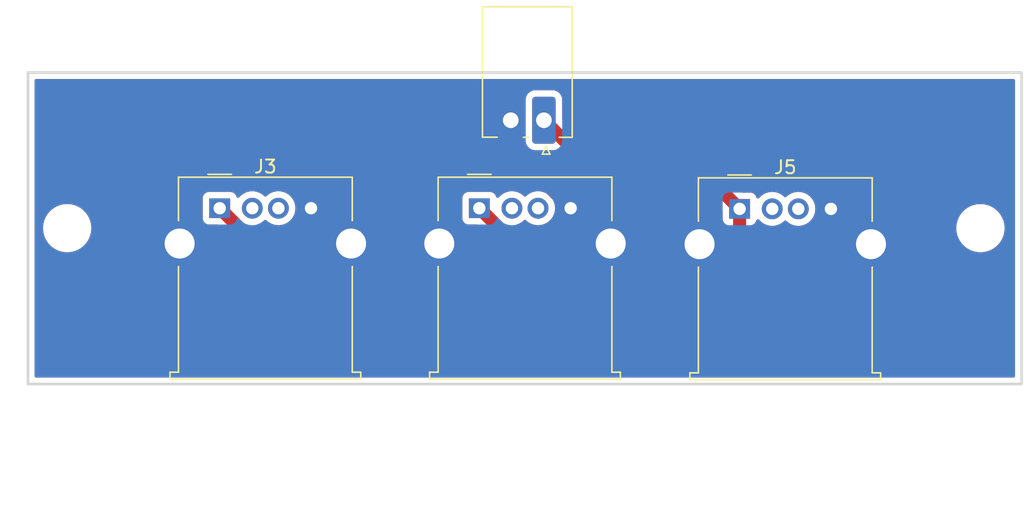
<source format=kicad_pcb>
(kicad_pcb (version 20240108) (generator "pcbnew") (generator_version "8.0")
  (layers (0 "F.Cu" signal) (31 "B.Cu" signal) (34 "B.Paste" user) (35 "F.Paste" user) (36 "B.SilkS" user "B.Silkscreen") (37 "F.SilkS" user "F.Silkscreen") (38 "B.Mask" user) (39 "F.Mask" user) (44 "Edge.Cuts" user))
  (net 0 "")
  (net 1 "GND")
  (net 3 "/5V")
  (footprint "SJSU_common:Pluggable_Terminal_2.54mm_2P_Horizontal" (layer "F.Cu") (at 52.16 38.47 180)
    (property "Reference" "J7" (hide yes))
    (property "Value" "Conn_01x02_Pin" (hide yes))
    (fp_line (start 2.88 14) (end 2.88 4) (stroke (width 0.12)) (layer "F.SilkS"))
    (fp_line (start 2.88 4) (end 1.75 4) (stroke (width 0.12)) (layer "F.SilkS"))
    (fp_line (start -0.745 3.99) (end -0.255 3.99) (stroke (width 0.12)) (layer "F.SilkS"))
    (fp_line (start -1.7 2.7) (end -2 3.3) (stroke (width 0.12)) (layer "F.SilkS"))
    (fp_line (start -2 3.3) (end -2.3 2.7) (stroke (width 0.12)) (layer "F.SilkS"))
    (fp_line (start -2.3 2.7) (end -1.7 2.7) (stroke (width 0.12)) (layer "F.SilkS"))
    (fp_line (start -4 14) (end 2.88 14) (stroke (width 0.12)) (layer "F.SilkS"))
    (fp_line (start -4 4) (end -4 14) (stroke (width 0.12)) (layer "F.SilkS"))
    (fp_line (start -4 3.99) (end -3 3.99) (stroke (width 0.12)) (layer "F.SilkS"))
    (pad "1" thru_hole roundrect (at -1.83 5.3 180) (size 1.8 3.6) (drill 1.2) (layers "*.Cu" "*.Mask") (roundrect_rratio 0.138889) (net 3 "/5V"))
    (pad "2" thru_hole oval (at 0.71 5.3 180) (size 1.8 3.6) (drill 1.2) (layers "*.Cu" "*.Mask") (net 1 "GND"))
  )
  (footprint "MountingHole:MountingHole_3.2mm_M3_DIN965" (layer "F.Cu") (at 17.45 41.45)
    (property "Reference" "H1" (hide yes))
    (property "Value" "MountingHole")
    (pad "" np_thru_hole circle (at 0 0) (size 3.2 3.2) (drill 3.2) (layers "*.Cu" "*.Mask"))
  )
  (footprint "Connector_USB:USB_A_Molex_67643_Horizontal" (layer "F.Cu") (at 49.04 39.92)
    (property "Reference" "J4" (hide yes))
    (property "Value" "USB_A")
    (fp_line (start -3.81 12.58) (end -3.81 13.1) (stroke (width 0.12)) (layer "F.SilkS"))
    (fp_line (start -3.81 13.1) (end 10.81 13.1) (stroke (width 0.12)) (layer "F.SilkS"))
    (fp_line (start -3.16 -2.38) (end -3.16 0.95) (stroke (width 0.12)) (layer "F.SilkS"))
    (fp_line (start -3.16 -2.38) (end 10.16 -2.38) (stroke (width 0.12)) (layer "F.SilkS"))
    (fp_line (start -3.16 12.58) (end -3.81 12.58) (stroke (width 0.12)) (layer "F.SilkS"))
    (fp_line (start -3.16 12.58) (end -3.16 4.47) (stroke (width 0.12)) (layer "F.SilkS"))
    (fp_line (start -0.9 -2.6) (end 0.9 -2.6) (stroke (width 0.12)) (layer "F.SilkS"))
    (fp_line (start 10.16 -2.38) (end 10.16 0.95) (stroke (width 0.12)) (layer "F.SilkS"))
    (fp_line (start 10.16 4.47) (end 10.16 12.58) (stroke (width 0.12)) (layer "F.SilkS"))
    (fp_line (start 10.81 12.58) (end 10.16 12.58) (stroke (width 0.12)) (layer "F.SilkS"))
    (fp_line (start 10.81 13.1) (end 10.81 12.58) (stroke (width 0.12)) (layer "F.SilkS"))
    (pad "1" thru_hole rect (at 0 0) (size 1.6 1.5) (drill 0.95) (layers "*.Cu" "*.Mask") (net 3 "/5V"))
    (pad "2" thru_hole circle (at 2.5 0) (size 1.6 1.6) (drill 0.95) (layers "*.Cu" "*.Mask"))
    (pad "3" thru_hole circle (at 4.5 0) (size 1.6 1.6) (drill 0.95) (layers "*.Cu" "*.Mask"))
    (pad "4" thru_hole circle (at 7 0) (size 1.6 1.6) (drill 0.95) (layers "*.Cu" "*.Mask") (net 1 "GND"))
    (pad "5" thru_hole circle (at -3.07 2.71) (size 3 3) (drill 2.3) (layers "*.Cu" "*.Mask") (net 1 "GND"))
    (pad "5" thru_hole circle (at 10.07 2.71) (size 3 3) (drill 2.3) (layers "*.Cu" "*.Mask") (net 1 "GND"))
  )
  (footprint "Connector_USB:USB_A_Molex_67643_Horizontal" (layer "F.Cu") (at 29.14 39.92)
    (property "Reference" "J3" (at 3.5 -3.19 0) (layer "F.SilkS"))
    (property "Value" "USB_A")
    (fp_line (start -3.81 12.58) (end -3.81 13.1) (stroke (width 0.12)) (layer "F.SilkS"))
    (fp_line (start -3.81 13.1) (end 10.81 13.1) (stroke (width 0.12)) (layer "F.SilkS"))
    (fp_line (start -3.16 -2.38) (end -3.16 0.95) (stroke (width 0.12)) (layer "F.SilkS"))
    (fp_line (start -3.16 -2.38) (end 10.16 -2.38) (stroke (width 0.12)) (layer "F.SilkS"))
    (fp_line (start -3.16 12.58) (end -3.81 12.58) (stroke (width 0.12)) (layer "F.SilkS"))
    (fp_line (start -3.16 12.58) (end -3.16 4.47) (stroke (width 0.12)) (layer "F.SilkS"))
    (fp_line (start -0.9 -2.6) (end 0.9 -2.6) (stroke (width 0.12)) (layer "F.SilkS"))
    (fp_line (start 10.16 -2.38) (end 10.16 0.95) (stroke (width 0.12)) (layer "F.SilkS"))
    (fp_line (start 10.16 4.47) (end 10.16 12.58) (stroke (width 0.12)) (layer "F.SilkS"))
    (fp_line (start 10.81 12.58) (end 10.16 12.58) (stroke (width 0.12)) (layer "F.SilkS"))
    (fp_line (start 10.81 13.1) (end 10.81 12.58) (stroke (width 0.12)) (layer "F.SilkS"))
    (pad "1" thru_hole rect (at 0 0) (size 1.6 1.5) (drill 0.95) (layers "*.Cu" "*.Mask") (net 3 "/5V"))
    (pad "2" thru_hole circle (at 2.5 0) (size 1.6 1.6) (drill 0.95) (layers "*.Cu" "*.Mask"))
    (pad "3" thru_hole circle (at 4.5 0) (size 1.6 1.6) (drill 0.95) (layers "*.Cu" "*.Mask"))
    (pad "4" thru_hole circle (at 7 0) (size 1.6 1.6) (drill 0.95) (layers "*.Cu" "*.Mask") (net 1 "GND"))
    (pad "5" thru_hole circle (at -3.07 2.71) (size 3 3) (drill 2.3) (layers "*.Cu" "*.Mask") (net 1 "GND"))
    (pad "5" thru_hole circle (at 10.07 2.71) (size 3 3) (drill 2.3) (layers "*.Cu" "*.Mask") (net 1 "GND"))
  )
  (footprint "MountingHole:MountingHole_3.2mm_M3_DIN965" (layer "F.Cu") (at 87.45 41.45)
    (property "Reference" "H2" (hide yes))
    (property "Value" "MountingHole" (hide yes))
    (pad "" np_thru_hole circle (at 0 0) (size 3.2 3.2) (drill 3.2) (layers "*.Cu" "*.Mask"))
  )
  (footprint "Connector_USB:USB_A_Molex_67643_Horizontal" (layer "F.Cu") (at 68.99 39.97)
    (property "Reference" "J5" (at 3.5 -3.19 0) (layer "F.SilkS"))
    (property "Value" "USB_A")
    (fp_line (start -3.81 12.58) (end -3.81 13.1) (stroke (width 0.12)) (layer "F.SilkS"))
    (fp_line (start -3.81 13.1) (end 10.81 13.1) (stroke (width 0.12)) (layer "F.SilkS"))
    (fp_line (start -3.16 -2.38) (end -3.16 0.95) (stroke (width 0.12)) (layer "F.SilkS"))
    (fp_line (start -3.16 -2.38) (end 10.16 -2.38) (stroke (width 0.12)) (layer "F.SilkS"))
    (fp_line (start -3.16 12.58) (end -3.81 12.58) (stroke (width 0.12)) (layer "F.SilkS"))
    (fp_line (start -3.16 12.58) (end -3.16 4.47) (stroke (width 0.12)) (layer "F.SilkS"))
    (fp_line (start -0.9 -2.6) (end 0.9 -2.6) (stroke (width 0.12)) (layer "F.SilkS"))
    (fp_line (start 10.16 -2.38) (end 10.16 0.95) (stroke (width 0.12)) (layer "F.SilkS"))
    (fp_line (start 10.16 4.47) (end 10.16 12.58) (stroke (width 0.12)) (layer "F.SilkS"))
    (fp_line (start 10.81 12.58) (end 10.16 12.58) (stroke (width 0.12)) (layer "F.SilkS"))
    (fp_line (start 10.81 13.1) (end 10.81 12.58) (stroke (width 0.12)) (layer "F.SilkS"))
    (pad "1" thru_hole rect (at 0 0) (size 1.6 1.5) (drill 0.95) (layers "*.Cu" "*.Mask") (net 3 "/5V"))
    (pad "2" thru_hole circle (at 2.5 0) (size 1.6 1.6) (drill 0.95) (layers "*.Cu" "*.Mask"))
    (pad "3" thru_hole circle (at 4.5 0) (size 1.6 1.6) (drill 0.95) (layers "*.Cu" "*.Mask"))
    (pad "4" thru_hole circle (at 7 0) (size 1.6 1.6) (drill 0.95) (layers "*.Cu" "*.Mask") (net 1 "GND"))
    (pad "5" thru_hole circle (at -3.07 2.71) (size 3 3) (drill 2.3) (layers "*.Cu" "*.Mask") (net 1 "GND"))
    (pad "5" thru_hole circle (at 10.07 2.71) (size 3 3) (drill 2.3) (layers "*.Cu" "*.Mask") (net 1 "GND"))
  )
  (gr_rect (start 14.45 29.51) (end 90.6 53.41) (stroke (width 0.2)) (fill none) (layer "Edge.Cuts"))
  (segment (start 75.94 39.97) (end 75.99 39.97) (width 0.2) (layer "F.Cu") (net 1))
  (segment (start 39.44 36.62) (end 36.14 39.92) (width 1) (layer "F.Cu") (net 1))
  (segment (start 56.04 39.92) (end 51.45 35.33) (width 1) (layer "F.Cu") (net 1))
  (segment (start 51.45 35.33) (end 51.45 33.17) (width 1) (layer "F.Cu") (net 1))
  (segment (start 52.74 36.62) (end 39.44 36.62) (width 1) (layer "F.Cu") (net 1))
  (segment (start 56.04 39.92) (end 52.74 36.62) (width 1) (layer "F.Cu") (net 1))
  (segment (start 64.99 35.97) (end 56.79 35.97) (width 1) (layer "F.Cu") (net 3))
  (segment (start 29.14 39.92) (end 34.1 44.88) (width 1) (layer "F.Cu") (net 3))
  (segment (start 34.1 44.88) (end 54 44.88) (width 1) (layer "F.Cu") (net 3))
  (segment (start 68.99 42.72127) (end 66.83127 44.88) (width 1) (layer "F.Cu") (net 3))
  (segment (start 68.99 39.97) (end 64.99 35.97) (width 1) (layer "F.Cu") (net 3))
  (segment (start 66.83127 44.88) (end 54 44.88) (width 1) (layer "F.Cu") (net 3))
  (segment (start 68.99 39.97) (end 68.99 42.72127) (width 1) (layer "F.Cu") (net 3))
  (segment (start 56.79 35.97) (end 53.99 33.17) (width 1) (layer "F.Cu") (net 3))
  (segment (start 54 44.88) (end 49.04 39.92) (width 1) (layer "F.Cu") (net 3))
  (zone (net 1) (net_name "GND") (layers "F&B.Cu") (priority 1) (connect_pads yes (clearance 0.5)) (min_thickness 0.25) (fill yes (thermal_gap 0.5) (thermal_bridge_width 0.5))
    (polygon (pts (xy 14.15 29.21) (xy 14.15 53.41) (xy 90.8 53.41) (xy 90.8 29.21)))
  )
)
</source>
